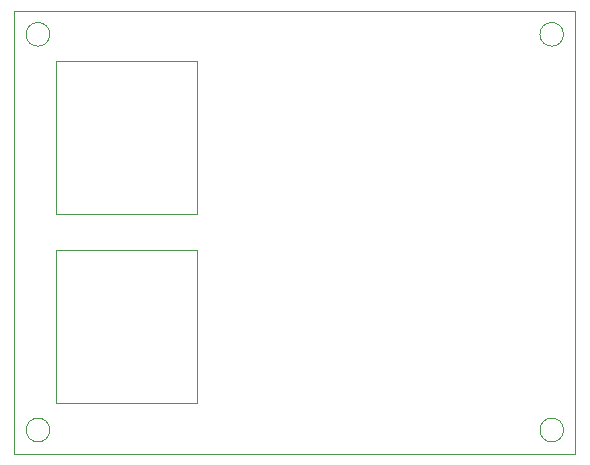
<source format=gbr>
%TF.GenerationSoftware,KiCad,Pcbnew,(5.1.9-0-10_14)*%
%TF.CreationDate,2021-07-01T16:45:12-07:00*%
%TF.ProjectId,vantroller_v5_display,76616e74-726f-46c6-9c65-725f76355f64,rev?*%
%TF.SameCoordinates,Original*%
%TF.FileFunction,Profile,NP*%
%FSLAX46Y46*%
G04 Gerber Fmt 4.6, Leading zero omitted, Abs format (unit mm)*
G04 Created by KiCad (PCBNEW (5.1.9-0-10_14)) date 2021-07-01 16:45:12*
%MOMM*%
%LPD*%
G01*
G04 APERTURE LIST*
%TA.AperFunction,Profile*%
%ADD10C,0.050000*%
%TD*%
G04 APERTURE END LIST*
D10*
X49500000Y-60250000D02*
X49500000Y-47250000D01*
X61500000Y-60250000D02*
X49500000Y-60250000D01*
X61500000Y-47250000D02*
X61500000Y-60250000D01*
X49500000Y-47250000D02*
X61500000Y-47250000D01*
X49500000Y-44250000D02*
X49500000Y-31250000D01*
X61500000Y-44250000D02*
X49500000Y-44250000D01*
X61500000Y-31250000D02*
X61500000Y-44250000D01*
X49500000Y-31250000D02*
X61500000Y-31250000D01*
X49000000Y-29000000D02*
G75*
G03*
X49000000Y-29000000I-1000000J0D01*
G01*
X49000000Y-62500000D02*
G75*
G03*
X49000000Y-62500000I-1000000J0D01*
G01*
X92500000Y-62500000D02*
G75*
G03*
X92500000Y-62500000I-1000000J0D01*
G01*
X92500000Y-29000000D02*
G75*
G03*
X92500000Y-29000000I-1000000J0D01*
G01*
X46000000Y-64500000D02*
X46000000Y-27000000D01*
X93500000Y-64500000D02*
X46000000Y-64500000D01*
X93500000Y-27000000D02*
X93500000Y-64500000D01*
X46000000Y-27000000D02*
X93500000Y-27000000D01*
M02*

</source>
